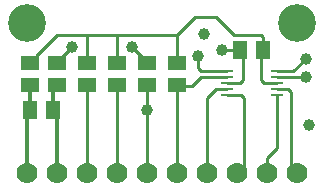
<source format=gbr>
G04 EAGLE Gerber RS-274X export*
G75*
%MOMM*%
%FSLAX34Y34*%
%LPD*%
%INTop Copper*%
%IPPOS*%
%AMOC8*
5,1,8,0,0,1.08239X$1,22.5*%
G01*
%ADD10R,1.000000X0.250000*%
%ADD11R,1.300000X1.500000*%
%ADD12R,1.500000X1.300000*%
%ADD13C,1.778000*%
%ADD14C,3.200000*%
%ADD15C,1.000000*%
%ADD16C,0.254000*%
%ADD17C,1.008000*%
%ADD18C,0.304800*%


D10*
X194769Y103980D03*
X194769Y98980D03*
X194769Y93980D03*
X194769Y88980D03*
X194769Y83980D03*
X237031Y83980D03*
X237031Y88980D03*
X237031Y93980D03*
X237031Y98980D03*
X237031Y103980D03*
D11*
X206400Y121920D03*
X225400Y121920D03*
D12*
X76200Y111100D03*
X76200Y92100D03*
X101600Y111100D03*
X101600Y92100D03*
X127000Y92100D03*
X127000Y111100D03*
X152400Y111100D03*
X152400Y92100D03*
D13*
X254000Y17780D03*
X228600Y17780D03*
X203200Y17780D03*
X177800Y17780D03*
X152400Y17780D03*
X127000Y17780D03*
X101600Y17780D03*
X76200Y17780D03*
X50800Y17780D03*
X25400Y17780D03*
D12*
X27940Y92100D03*
X27940Y111100D03*
X50800Y92100D03*
X50800Y111100D03*
D11*
X28600Y71120D03*
X47600Y71120D03*
D14*
X254000Y144780D03*
X25400Y144780D03*
D15*
X264160Y58420D03*
X175260Y135890D03*
D16*
X50800Y111760D02*
X50800Y111100D01*
X50800Y111760D02*
X63500Y124460D01*
D17*
X63500Y124460D03*
D16*
X127000Y111760D02*
X127000Y111100D01*
X127000Y111760D02*
X114300Y124460D01*
D17*
X114300Y124460D03*
D16*
X190500Y121920D02*
X206400Y121920D01*
D17*
X190500Y121920D03*
D16*
X194769Y93980D02*
X205740Y93980D01*
X208280Y96520D01*
X208280Y120040D01*
X206400Y121920D01*
X237031Y103980D02*
X251300Y103980D01*
X261620Y114300D01*
D17*
X261620Y114300D03*
D16*
X76200Y92100D02*
X76200Y17780D01*
D17*
X261620Y99060D03*
D16*
X261540Y98980D02*
X237031Y98980D01*
X261540Y98980D02*
X261620Y99060D01*
X101600Y92100D02*
X101600Y17780D01*
D17*
X170180Y116840D03*
D16*
X170180Y106680D02*
X172880Y103980D01*
X194769Y103980D01*
X127000Y71120D02*
X127000Y17780D01*
X127000Y71120D02*
X127000Y92100D01*
D17*
X127000Y71120D03*
D16*
X170180Y106680D02*
X170180Y116840D01*
X226060Y93980D02*
X237031Y93980D01*
X226060Y93980D02*
X223520Y96520D01*
X223520Y120040D01*
X225400Y121920D01*
X225400Y132740D02*
X223520Y134620D01*
X152400Y134620D02*
X101600Y134620D01*
X76200Y134620D01*
X76200Y111100D01*
X101600Y111100D02*
X101600Y134620D01*
X76200Y134620D02*
X50800Y134620D01*
X33020Y116840D01*
X33020Y116180D01*
X27940Y111100D01*
X152400Y111100D02*
X152400Y134620D01*
X200660Y134620D02*
X223520Y134620D01*
X200660Y134620D02*
X185420Y149860D01*
X167640Y149860D01*
X152400Y134620D01*
X225400Y121920D02*
X227940Y119380D01*
X225400Y121920D02*
X225400Y132740D01*
X152400Y92100D02*
X152400Y17780D01*
X172640Y98980D02*
X194769Y98980D01*
X172640Y98980D02*
X165100Y91440D01*
X153060Y91440D01*
X152400Y92100D01*
X185500Y88980D02*
X194769Y88980D01*
X185500Y88980D02*
X177800Y81280D01*
X177800Y17780D01*
X194769Y83980D02*
X206850Y83980D01*
X209550Y81280D01*
X209550Y24130D01*
X203200Y17780D01*
X237031Y38911D02*
X237031Y83980D01*
X237031Y38911D02*
X228600Y30480D01*
X228600Y17780D01*
X237031Y88980D02*
X246300Y88980D01*
X248920Y86360D01*
X248920Y25400D01*
X254000Y17780D01*
D18*
X50800Y17780D02*
X50800Y67920D01*
X47600Y71120D01*
X47600Y88900D01*
X50800Y92100D01*
X25400Y67920D02*
X25400Y17780D01*
X25400Y67920D02*
X28600Y71120D01*
X28600Y91440D01*
X27940Y92100D01*
M02*

</source>
